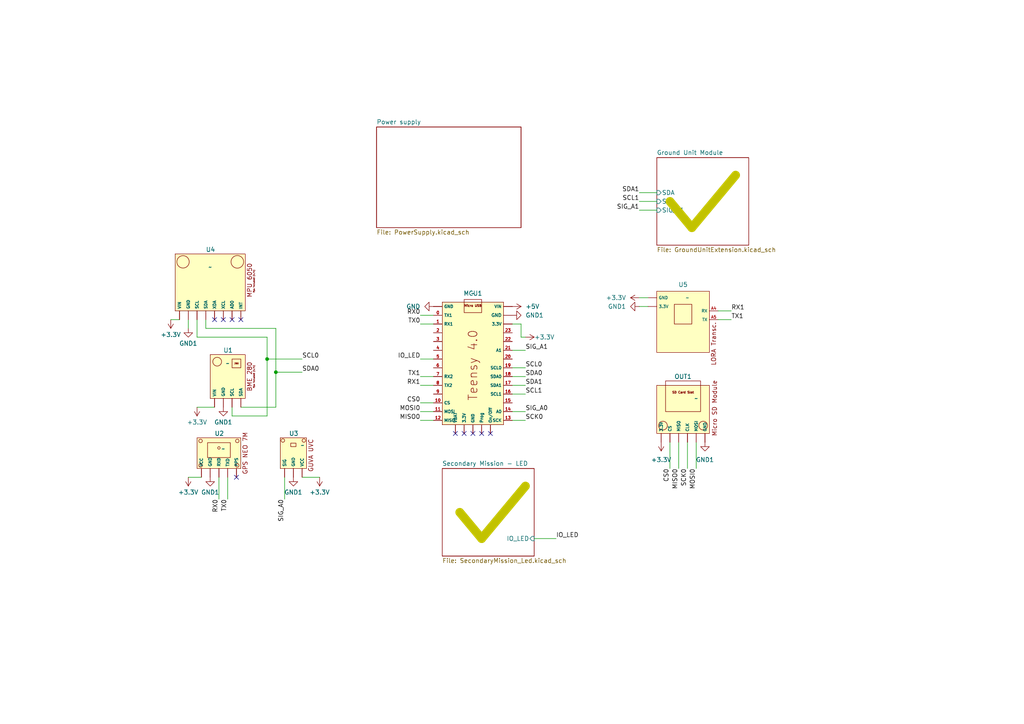
<source format=kicad_sch>
(kicad_sch (version 20230121) (generator eeschema)

  (uuid 5d2fc9f9-e9c7-40c5-b3fa-7f2393597598)

  (paper "A4")

  (lib_symbols
    (symbol "Objects:BME_280 Breakout Board" (in_bom yes) (on_board yes)
      (property "Reference" "IC" (at 0 5.08 0)
        (effects (font (size 1.27 1.27)))
      )
      (property "Value" "" (at 0 0 0)
        (effects (font (size 1.27 1.27)))
      )
      (property "Footprint" "" (at 0 0 0)
        (effects (font (size 1.27 1.27)) hide)
      )
      (property "Datasheet" "" (at 0 0 0)
        (effects (font (size 1.27 1.27)) hide)
      )
      (symbol "BME_280 Breakout Board_0_1"
        (rectangle (start 1.27 1.27) (end 3.81 -1.27)
          (stroke (width 0) (type default))
          (fill (type none))
        )
      )
      (symbol "BME_280 Breakout Board_1_0"
        (pin bidirectional line (at 3.81 -12.7 90) (length 2.54)
          (name "SDA" (effects (font (size 0.8467 0.8467))))
          (number "" (effects (font (size 0.8467 0.8467))))
        )
      )
      (symbol "BME_280 Breakout Board_1_1"
        (rectangle (start -5.08 2.54) (end 5.08 -10.16)
          (stroke (width 0) (type default))
          (fill (type background))
        )
        (circle (center -3.048 0.508) (radius 1.27)
          (stroke (width 0) (type default))
          (fill (type color) (color 0 0 0 0))
        )
        (text "280" (at 2.54 0 0)
          (effects (font (size 0.4233 0.4233)))
        )
        (text "BME 280" (at 6.35 -3.81 900)
          (effects (font (size 1.27 1.27)))
        )
        (text "Rps included! (4.7k)" (at 7.62 -3.81 900)
          (effects (font (size 0.4233 0.4233)))
        )
        (pin passive line (at -1.27 -12.7 90) (length 2.54)
          (name "GND" (effects (font (size 0.8467 0.8467))))
          (number "" (effects (font (size 0.8467 0.8467))))
        )
        (pin bidirectional line (at 1.27 -12.7 90) (length 2.54)
          (name "SCL" (effects (font (size 0.8467 0.8467))))
          (number "" (effects (font (size 0.8467 0.8467))))
        )
        (pin power_in line (at -3.81 -12.7 90) (length 2.54)
          (name "VIN" (effects (font (size 0.8467 0.8467))))
          (number "" (effects (font (size 0.8467 0.8467))))
        )
      )
    )
    (symbol "Objects:GPS_NEO-7M-0-000" (in_bom yes) (on_board yes)
      (property "Reference" "S" (at 0 5.715 0)
        (effects (font (size 1.27 1.27)))
      )
      (property "Value" "" (at 1.27 0.635 0)
        (effects (font (size 1.27 1.27)))
      )
      (property "Footprint" "" (at 1.27 0.635 0)
        (effects (font (size 1.27 1.27)) hide)
      )
      (property "Datasheet" "" (at 1.27 0.635 0)
        (effects (font (size 1.27 1.27)) hide)
      )
      (symbol "GPS_NEO-7M-0-000_0_1"
        (circle (center -5.334 -4.191) (radius 0.508)
          (stroke (width 0) (type default))
          (fill (type none))
        )
        (circle (center -5.334 2.921) (radius 0.508)
          (stroke (width 0) (type default))
          (fill (type none))
        )
        (rectangle (start -3.302 2.413) (end 3.302 -1.905)
          (stroke (width 0) (type default))
          (fill (type none))
        )
        (circle (center 0 0.889) (radius 0.3592)
          (stroke (width 0) (type default))
          (fill (type none))
        )
        (circle (center 5.334 -4.191) (radius 0.508)
          (stroke (width 0) (type default))
          (fill (type none))
        )
        (circle (center 5.334 2.921) (radius 0.508)
          (stroke (width 0) (type default))
          (fill (type none))
        )
      )
      (symbol "GPS_NEO-7M-0-000_1_1"
        (rectangle (start -6.35 3.81) (end 6.35 -5.08)
          (stroke (width 0) (type default))
          (fill (type background))
        )
        (text "GPS NEO 7M" (at 7.62 -0.635 900)
          (effects (font (size 1.27 1.27)))
        )
        (pin passive line (at -2.54 -7.62 90) (length 2.54)
          (name "GND" (effects (font (size 0.8467 0.8467))))
          (number "" (effects (font (size 0.8467 0.8467))))
        )
        (pin unspecified line (at 5.08 -7.62 90) (length 2.54)
          (name "PPS" (effects (font (size 0.8467 0.8467))))
          (number "" (effects (font (size 0.8467 0.8467))))
        )
        (pin input line (at 0 -7.62 90) (length 2.54)
          (name "RXD" (effects (font (size 0.8467 0.8467))))
          (number "" (effects (font (size 0.8467 0.8467))))
        )
        (pin output line (at 2.54 -7.62 90) (length 2.54)
          (name "TXD" (effects (font (size 0.8467 0.8467))))
          (number "" (effects (font (size 0.8467 0.8467))))
        )
        (pin power_in line (at -5.08 -7.62 90) (length 2.54)
          (name "VCC" (effects (font (size 0.8467 0.8467))))
          (number "" (effects (font (size 0.8467 0.8467))))
        )
      )
    )
    (symbol "Objects:GUVA_UVC_Sensor" (in_bom yes) (on_board yes)
      (property "Reference" "IC" (at 0 8.001 0)
        (effects (font (size 1.27 1.27)))
      )
      (property "Value" "" (at 2.667 4.191 0)
        (effects (font (size 1.27 1.27)))
      )
      (property "Footprint" "" (at 2.667 4.191 0)
        (effects (font (size 1.27 1.27)) hide)
      )
      (property "Datasheet" "" (at 2.667 4.191 0)
        (effects (font (size 1.27 1.27)) hide)
      )
      (symbol "GUVA_UVC_Sensor_1_1"
        (rectangle (start -3.81 6.35) (end 3.81 -2.54)
          (stroke (width 0) (type default))
          (fill (type background))
        )
        (circle (center -3.048 5.588) (radius 0.508)
          (stroke (width 0) (type default))
          (fill (type none))
        )
        (rectangle (start -0.762 4.826) (end 0.762 3.81)
          (stroke (width 0) (type default))
          (fill (type none))
        )
        (circle (center 3.048 5.588) (radius 0.508)
          (stroke (width 0) (type default))
          (fill (type none))
        )
        (text "GUVA UVC" (at 5.08 1.27 900)
          (effects (font (size 1.27 1.27)))
        )
        (pin passive line (at 0 -5.08 90) (length 2.54)
          (name "GND" (effects (font (size 0.8467 0.8467))))
          (number "" (effects (font (size 0.8467 0.8467))))
        )
        (pin output line (at -2.54 -5.08 90) (length 2.54)
          (name "SIG" (effects (font (size 0.8467 0.8467))))
          (number "" (effects (font (size 0.8467 0.8467))))
        )
        (pin power_in line (at 2.54 -5.08 90) (length 2.54)
          (name "VCC" (effects (font (size 0.8467 0.8467))))
          (number "" (effects (font (size 0.8467 0.8467))))
        )
      )
    )
    (symbol "Objects:LORA_RadioUnit" (in_bom yes) (on_board yes)
      (property "Reference" "IC" (at 0 5.08 0)
        (effects (font (size 1.27 1.27)))
      )
      (property "Value" "" (at 1.27 0 0)
        (effects (font (size 1.27 1.27)))
      )
      (property "Footprint" "" (at 1.27 0 0)
        (effects (font (size 1.27 1.27)) hide)
      )
      (property "Datasheet" "" (at 1.27 0 0)
        (effects (font (size 1.27 1.27)) hide)
      )
      (symbol "LORA_RadioUnit_0_1"
        (rectangle (start -2.54 -1.905) (end 2.54 -7.62)
          (stroke (width 0) (type default))
          (fill (type none))
        )
      )
      (symbol "LORA_RadioUnit_1_1"
        (rectangle (start -7.62 1.905) (end 7.62 -15.875)
          (stroke (width 0) (type default))
          (fill (type background))
        )
        (text "LORA Transc." (at 8.89 -13.335 900)
          (effects (font (size 1.27 1.27)))
        )
        (pin power_in line (at -10.16 -2.54 0) (length 2.54)
          (name "3.3V" (effects (font (size 0.8467 0.8467))))
          (number "" (effects (font (size 0.8467 0.8467))))
        )
        (pin power_in line (at -10.16 0 0) (length 2.54)
          (name "GND" (effects (font (size 0.8467 0.8467))))
          (number "" (effects (font (size 0.8467 0.8467))))
        )
        (pin input line (at 10.16 -3.81 180) (length 2.54)
          (name "RX" (effects (font (size 0.8467 0.8467))))
          (number "A4" (effects (font (size 0.8467 0.8467))))
        )
        (pin output line (at 10.16 -6.35 180) (length 2.54)
          (name "TX" (effects (font (size 0.8467 0.8467))))
          (number "A5" (effects (font (size 0.8467 0.8467))))
        )
      )
    )
    (symbol "Objects:MPU_6050 Breakout Board" (in_bom yes) (on_board yes)
      (property "Reference" "IC" (at 0 6.35 0)
        (effects (font (size 1.27 1.27)))
      )
      (property "Value" "" (at 0 0 0)
        (effects (font (size 1.27 1.27)))
      )
      (property "Footprint" "" (at 0 0 0)
        (effects (font (size 1.27 1.27)) hide)
      )
      (property "Datasheet" "" (at 0 0 0)
        (effects (font (size 1.27 1.27)) hide)
      )
      (symbol "MPU_6050 Breakout Board_0_1"
        (circle (center -7.874 1.524) (radius 1.7961)
          (stroke (width 0) (type default))
          (fill (type none))
        )
        (circle (center 7.874 1.524) (radius 1.8316)
          (stroke (width 0) (type default))
          (fill (type none))
        )
      )
      (symbol "MPU_6050 Breakout Board_1_1"
        (rectangle (start -10.16 3.81) (end 10.16 -12.7)
          (stroke (width 0) (type default))
          (fill (type background))
        )
        (text "MPU 6050" (at 11.43 -3.81 900)
          (effects (font (size 1.27 1.27)))
        )
        (text "Rps included! (4.7k)" (at 12.7 -4.064 900)
          (effects (font (size 0.4233 0.4233)))
        )
        (pin unspecified line (at 6.35 -15.24 90) (length 2.54)
          (name "AD0" (effects (font (size 0.8467 0.8467))))
          (number "" (effects (font (size 0.8467 0.8467))))
        )
        (pin passive line (at -6.35 -15.24 90) (length 2.54)
          (name "GND" (effects (font (size 0.8467 0.8467))))
          (number "" (effects (font (size 0.8467 0.8467))))
        )
        (pin unspecified line (at 8.89 -15.24 90) (length 2.54)
          (name "INT" (effects (font (size 0.8467 0.8467))))
          (number "" (effects (font (size 0.8467 0.8467))))
        )
        (pin bidirectional line (at -3.81 -15.24 90) (length 2.54)
          (name "SCL" (effects (font (size 0.8467 0.8467))))
          (number "" (effects (font (size 0.8467 0.8467))))
        )
        (pin bidirectional line (at -1.27 -15.24 90) (length 2.54)
          (name "SDA" (effects (font (size 0.8467 0.8467))))
          (number "" (effects (font (size 0.8467 0.8467))))
        )
        (pin power_in line (at -8.89 -15.24 90) (length 2.54)
          (name "VIN" (effects (font (size 0.8467 0.8467))))
          (number "" (effects (font (size 0.8467 0.8467))))
        )
        (pin bidirectional line (at 3.81 -15.24 90) (length 2.54)
          (name "XCL" (effects (font (size 0.8467 0.8467))))
          (number "" (effects (font (size 0.8467 0.8467))))
        )
        (pin bidirectional line (at 1.27 -15.24 90) (length 2.54)
          (name "XDA" (effects (font (size 0.8467 0.8467))))
          (number "" (effects (font (size 0.8467 0.8467))))
        )
      )
    )
    (symbol "Objects:MicroSD_Module" (in_bom yes) (on_board yes)
      (property "Reference" "Out" (at 0 8.89 0)
        (effects (font (size 1.27 1.27)))
      )
      (property "Value" "" (at 3.81 0 0)
        (effects (font (size 1.27 1.27)))
      )
      (property "Footprint" "" (at 3.81 0 0)
        (effects (font (size 1.27 1.27)) hide)
      )
      (property "Datasheet" "" (at 3.81 0 0)
        (effects (font (size 1.27 1.27)) hide)
      )
      (symbol "MicroSD_Module_0_1"
        (circle (center -5.842 -7.874) (radius 1.27)
          (stroke (width 0) (type default))
          (fill (type none))
        )
        (circle (center 5.842 -7.874) (radius 1.27)
          (stroke (width 0) (type default))
          (fill (type none))
        )
      )
      (symbol "MicroSD_Module_1_1"
        (rectangle (start -7.62 3.81) (end 7.62 -10.16)
          (stroke (width 0) (type default))
          (fill (type background))
        )
        (rectangle (start -5.08 5.08) (end 5.08 -3.81)
          (stroke (width 0) (type solid))
          (fill (type none))
        )
        (text "Micro SD Module\n" (at 9.144 -2.794 900)
          (effects (font (size 1.27 1.27)))
        )
        (text "SD Card Slot" (at 0 1.778 0)
          (effects (font (size 0.635 0.635)))
        )
        (pin power_in line (at -6.35 -12.7 90) (length 2.54)
          (name "3.3V" (effects (font (size 0.8467 0.8467))))
          (number "" (effects (font (size 0.8467 0.8467))))
        )
        (pin unspecified line (at 1.27 -12.7 90) (length 2.54)
          (name "CLK" (effects (font (size 0.8467 0.8467))))
          (number "" (effects (font (size 0.8467 0.8467))))
        )
        (pin unspecified line (at -3.81 -12.7 90) (length 2.54)
          (name "CS" (effects (font (size 0.8467 0.8467))))
          (number "" (effects (font (size 0.8467 0.8467))))
        )
        (pin passive line (at 6.35 -12.7 90) (length 2.54)
          (name "GND" (effects (font (size 0.8467 0.8467))))
          (number "" (effects (font (size 0.8467 0.8467))))
        )
        (pin unspecified line (at -1.27 -12.7 90) (length 2.54)
          (name "MISO" (effects (font (size 0.8467 0.8467))))
          (number "" (effects (font (size 0.8467 0.8467))))
        )
        (pin unspecified line (at 3.81 -12.7 90) (length 2.54)
          (name "MOSI" (effects (font (size 0.8467 0.8467))))
          (number "" (effects (font (size 0.8467 0.8467))))
        )
      )
    )
    (symbol "Objects:Teensy_4.0_front" (in_bom yes) (on_board yes)
      (property "Reference" "MCU" (at 0 8.636 0)
        (effects (font (size 1.27 1.27)))
      )
      (property "Value" "" (at 0 7.62 0)
        (effects (font (size 1.27 1.27)))
      )
      (property "Footprint" "" (at 0 7.62 0)
        (effects (font (size 1.27 1.27)) hide)
      )
      (property "Datasheet" "" (at 0 7.62 0)
        (effects (font (size 1.27 1.27)) hide)
      )
      (symbol "Teensy_4.0_front_1_1"
        (rectangle (start -8.89 5.08) (end 8.89 -30.48)
          (stroke (width 0) (type default))
          (fill (type background))
        )
        (rectangle (start -2.54 5.842) (end 2.54 2.032)
          (stroke (width 0) (type default))
          (fill (type none))
        )
        (text "Micro USB" (at 0 4.064 0)
          (effects (font (size 0.635 0.635)))
        )
        (text "Teensy 4.0" (at 0 -13.208 900)
          (effects (font (size 2.54 2.54)))
        )
        (pin power_out line (at -2.54 -33.02 90) (length 2.54)
          (name "3.3V" (effects (font (size 0.8467 0.8467))))
          (number "" (effects (font (size 0.8467 0.8467))))
        )
        (pin power_out line (at 11.43 -1.27 180) (length 2.54)
          (name "3.3V" (effects (font (size 0.8467 0.8467))))
          (number "" (effects (font (size 0.8467 0.8467))))
        )
        (pin power_in line (at -11.43 3.81 0) (length 2.54)
          (name "GND" (effects (font (size 0.8467 0.8467))))
          (number "" (effects (font (size 0.8467 0.8467))))
        )
        (pin power_out line (at 0 -33.02 90) (length 2.54)
          (name "GND" (effects (font (size 0.8467 0.8467))))
          (number "" (effects (font (size 0.8467 0.8467))))
        )
        (pin power_out line (at 11.43 1.27 180) (length 2.54)
          (name "GND" (effects (font (size 0.9525 0.9525))))
          (number "" (effects (font (size 0.8467 0.8467))))
        )
        (pin unspecified line (at 5.08 -33.02 90) (length 2.54)
          (name "On/Off" (effects (font (size 0.8467 0.8467))))
          (number "" (effects (font (size 0.8467 0.8467))))
        )
        (pin unspecified line (at 2.54 -33.02 90) (length 2.54)
          (name "Prog" (effects (font (size 0.8467 0.8467))))
          (number "" (effects (font (size 0.8467 0.8467))))
        )
        (pin power_in line (at -5.08 -33.02 90) (length 2.54)
          (name "VBAT" (effects (font (size 0.8467 0.8467))))
          (number "" (effects (font (size 0.8467 0.8467))))
        )
        (pin power_in line (at 11.43 3.81 180) (length 2.54)
          (name "VIN" (effects (font (size 0.8467 0.8467))))
          (number "" (effects (font (size 1.27 1.27))))
        )
        (pin output line (at -11.43 1.27 0) (length 2.54)
          (name "TX1" (effects (font (size 0.8467 0.8467))))
          (number "0" (effects (font (size 0.8467 0.8467))))
        )
        (pin input line (at -11.43 -1.27 0) (length 2.54)
          (name "RX1" (effects (font (size 0.8467 0.8467))))
          (number "1" (effects (font (size 0.8467 0.8467))))
        )
        (pin free line (at -11.43 -24.13 0) (length 2.54)
          (name "CS" (effects (font (size 0.8467 0.8467))))
          (number "10" (effects (font (size 0.8467 0.8467))))
        )
        (pin free line (at -11.43 -26.67 0) (length 2.54)
          (name "MOSI" (effects (font (size 0.8467 0.8467))))
          (number "11" (effects (font (size 0.8467 0.8467))))
        )
        (pin free line (at -11.43 -29.21 0) (length 2.54)
          (name "MISO" (effects (font (size 0.8467 0.8467))))
          (number "12" (effects (font (size 0.8467 0.8467))))
        )
        (pin free line (at 11.43 -29.21 180) (length 2.54)
          (name "SCK" (effects (font (size 0.8467 0.8467))))
          (number "13" (effects (font (size 0.8467 0.8467))))
        )
        (pin input line (at 11.43 -26.67 180) (length 2.54)
          (name "A0" (effects (font (size 0.8467 0.8467))))
          (number "14" (effects (font (size 0.8467 0.8467))))
        )
        (pin free line (at 11.43 -24.13 180) (length 2.54)
          (name "" (effects (font (size 0.8467 0.8467))))
          (number "15" (effects (font (size 0.8467 0.8467))))
        )
        (pin bidirectional line (at 11.43 -21.59 180) (length 2.54)
          (name "SCL1" (effects (font (size 0.8467 0.8467))))
          (number "16" (effects (font (size 0.8467 0.8467))))
        )
        (pin bidirectional line (at 11.43 -19.05 180) (length 2.54)
          (name "SDA1" (effects (font (size 0.8467 0.8467))))
          (number "17" (effects (font (size 0.8467 0.8467))))
        )
        (pin bidirectional line (at 11.43 -16.51 180) (length 2.54)
          (name "SDA0" (effects (font (size 0.8467 0.8467))))
          (number "18" (effects (font (size 0.8467 0.8467))))
        )
        (pin bidirectional line (at 11.43 -13.97 180) (length 2.54)
          (name "SCL0" (effects (font (size 0.8467 0.8467))))
          (number "19" (effects (font (size 0.8467 0.8467))))
        )
        (pin free line (at -11.43 -3.81 0) (length 2.54)
          (name "" (effects (font (size 0.8467 0.8467))))
          (number "2" (effects (font (size 0.8467 0.8467))))
        )
        (pin free line (at 11.43 -11.43 180) (length 2.54)
          (name "" (effects (font (size 0.8467 0.8467))))
          (number "20" (effects (font (size 0.8467 0.8467))))
        )
        (pin input line (at 11.43 -8.89 180) (length 2.54)
          (name "A1" (effects (font (size 0.8467 0.8467))))
          (number "21" (effects (font (size 0.8467 0.8467))))
        )
        (pin free line (at 11.43 -6.35 180) (length 2.54)
          (name "" (effects (font (size 0.8467 0.8467))))
          (number "22" (effects (font (size 0.8467 0.8467))))
        )
        (pin free line (at 11.43 -3.81 180) (length 2.54)
          (name "" (effects (font (size 0.8467 0.8467))))
          (number "23" (effects (font (size 0.8467 0.8467))))
        )
        (pin free line (at -11.43 -6.35 0) (length 2.54)
          (name "" (effects (font (size 0.8467 0.8467))))
          (number "3" (effects (font (size 0.8467 0.8467))))
        )
        (pin free line (at -11.43 -8.89 0) (length 2.54)
          (name "" (effects (font (size 0.8467 0.8467))))
          (number "4" (effects (font (size 0.8467 0.8467))))
        )
        (pin free line (at -11.43 -11.43 0) (length 2.54)
          (name "" (effects (font (size 0.8467 0.8467))))
          (number "5" (effects (font (size 0.8467 0.8467))))
        )
        (pin free line (at -11.43 -13.97 0) (length 2.54)
          (name "" (effects (font (size 0.8467 0.8467))))
          (number "6" (effects (font (size 0.8467 0.8467))))
        )
        (pin input line (at -11.43 -16.51 0) (length 2.54)
          (name "RX2" (effects (font (size 0.8467 0.8467))))
          (number "7" (effects (font (size 0.8467 0.8467))))
        )
        (pin output line (at -11.43 -19.05 0) (length 2.54)
          (name "TX2" (effects (font (size 0.8467 0.8467))))
          (number "8" (effects (font (size 0.8467 0.8467))))
        )
        (pin free line (at -11.43 -21.59 0) (length 2.54)
          (name "" (effects (font (size 0.8467 0.8467))))
          (number "9" (effects (font (size 0.8467 0.8467))))
        )
      )
    )
    (symbol "power:+3.3V" (power) (pin_names (offset 0)) (in_bom yes) (on_board yes)
      (property "Reference" "#PWR" (at 0 -3.81 0)
        (effects (font (size 1.27 1.27)) hide)
      )
      (property "Value" "+3.3V" (at 0 3.556 0)
        (effects (font (size 1.27 1.27)))
      )
      (property "Footprint" "" (at 0 0 0)
        (effects (font (size 1.27 1.27)) hide)
      )
      (property "Datasheet" "" (at 0 0 0)
        (effects (font (size 1.27 1.27)) hide)
      )
      (property "ki_keywords" "global power" (at 0 0 0)
        (effects (font (size 1.27 1.27)) hide)
      )
      (property "ki_description" "Power symbol creates a global label with name \"+3.3V\"" (at 0 0 0)
        (effects (font (size 1.27 1.27)) hide)
      )
      (symbol "+3.3V_0_1"
        (polyline
          (pts
            (xy -0.762 1.27)
            (xy 0 2.54)
          )
          (stroke (width 0) (type default))
          (fill (type none))
        )
        (polyline
          (pts
            (xy 0 0)
            (xy 0 2.54)
          )
          (stroke (width 0) (type default))
          (fill (type none))
        )
        (polyline
          (pts
            (xy 0 2.54)
            (xy 0.762 1.27)
          )
          (stroke (width 0) (type default))
          (fill (type none))
        )
      )
      (symbol "+3.3V_1_1"
        (pin power_in line (at 0 0 90) (length 0) hide
          (name "+3.3V" (effects (font (size 1.27 1.27))))
          (number "1" (effects (font (size 1.27 1.27))))
        )
      )
    )
    (symbol "power:+5V" (power) (pin_names (offset 0)) (in_bom yes) (on_board yes)
      (property "Reference" "#PWR" (at 0 -3.81 0)
        (effects (font (size 1.27 1.27)) hide)
      )
      (property "Value" "+5V" (at 0 3.556 0)
        (effects (font (size 1.27 1.27)))
      )
      (property "Footprint" "" (at 0 0 0)
        (effects (font (size 1.27 1.27)) hide)
      )
      (property "Datasheet" "" (at 0 0 0)
        (effects (font (size 1.27 1.27)) hide)
      )
      (property "ki_keywords" "global power" (at 0 0 0)
        (effects (font (size 1.27 1.27)) hide)
      )
      (property "ki_description" "Power symbol creates a global label with name \"+5V\"" (at 0 0 0)
        (effects (font (size 1.27 1.27)) hide)
      )
      (symbol "+5V_0_1"
        (polyline
          (pts
            (xy -0.762 1.27)
            (xy 0 2.54)
          )
          (stroke (width 0) (type default))
          (fill (type none))
        )
        (polyline
          (pts
            (xy 0 0)
            (xy 0 2.54)
          )
          (stroke (width 0) (type default))
          (fill (type none))
        )
        (polyline
          (pts
            (xy 0 2.54)
            (xy 0.762 1.27)
          )
          (stroke (width 0) (type default))
          (fill (type none))
        )
      )
      (symbol "+5V_1_1"
        (pin power_in line (at 0 0 90) (length 0) hide
          (name "+5V" (effects (font (size 1.27 1.27))))
          (number "1" (effects (font (size 1.27 1.27))))
        )
      )
    )
    (symbol "power:GND" (power) (pin_names (offset 0)) (in_bom yes) (on_board yes)
      (property "Reference" "#PWR" (at 0 -6.35 0)
        (effects (font (size 1.27 1.27)) hide)
      )
      (property "Value" "GND" (at 0 -3.81 0)
        (effects (font (size 1.27 1.27)))
      )
      (property "Footprint" "" (at 0 0 0)
        (effects (font (size 1.27 1.27)) hide)
      )
      (property "Datasheet" "" (at 0 0 0)
        (effects (font (size 1.27 1.27)) hide)
      )
      (property "ki_keywords" "global power" (at 0 0 0)
        (effects (font (size 1.27 1.27)) hide)
      )
      (property "ki_description" "Power symbol creates a global label with name \"GND\" , ground" (at 0 0 0)
        (effects (font (size 1.27 1.27)) hide)
      )
      (symbol "GND_0_1"
        (polyline
          (pts
            (xy 0 0)
            (xy 0 -1.27)
            (xy 1.27 -1.27)
            (xy 0 -2.54)
            (xy -1.27 -1.27)
            (xy 0 -1.27)
          )
          (stroke (width 0) (type default))
          (fill (type none))
        )
      )
      (symbol "GND_1_1"
        (pin power_in line (at 0 0 270) (length 0) hide
          (name "GND" (effects (font (size 1.27 1.27))))
          (number "1" (effects (font (size 1.27 1.27))))
        )
      )
    )
    (symbol "power:GND1" (power) (pin_names (offset 0)) (in_bom yes) (on_board yes)
      (property "Reference" "#PWR" (at 0 -6.35 0)
        (effects (font (size 1.27 1.27)) hide)
      )
      (property "Value" "GND1" (at 0 -3.81 0)
        (effects (font (size 1.27 1.27)))
      )
      (property "Footprint" "" (at 0 0 0)
        (effects (font (size 1.27 1.27)) hide)
      )
      (property "Datasheet" "" (at 0 0 0)
        (effects (font (size 1.27 1.27)) hide)
      )
      (property "ki_keywords" "global power" (at 0 0 0)
        (effects (font (size 1.27 1.27)) hide)
      )
      (property "ki_description" "Power symbol creates a global label with name \"GND1\" , ground" (at 0 0 0)
        (effects (font (size 1.27 1.27)) hide)
      )
      (symbol "GND1_0_1"
        (polyline
          (pts
            (xy 0 0)
            (xy 0 -1.27)
            (xy 1.27 -1.27)
            (xy 0 -2.54)
            (xy -1.27 -1.27)
            (xy 0 -1.27)
          )
          (stroke (width 0) (type default))
          (fill (type none))
        )
      )
      (symbol "GND1_1_1"
        (pin power_in line (at 0 0 270) (length 0) hide
          (name "GND1" (effects (font (size 1.27 1.27))))
          (number "1" (effects (font (size 1.27 1.27))))
        )
      )
    )
  )

  (junction (at 77.47 104.14) (diameter 0) (color 0 0 0 0)
    (uuid 675c4522-4566-47a3-9944-54ebee31d77a)
  )
  (junction (at 80.01 107.95) (diameter 0) (color 0 0 0 0)
    (uuid 89ee50ca-5aca-4436-9993-cb3711a4ae5b)
  )

  (no_connect (at 132.08 125.73) (uuid 18f01199-ee06-4074-ba73-31602026e903))
  (no_connect (at 134.62 125.73) (uuid 19ec9f24-a16a-4b50-a3df-f52d2d86672d))
  (no_connect (at 62.23 92.71) (uuid 377020b3-bbc7-4707-8b78-fbf1c10851bd))
  (no_connect (at 137.16 125.73) (uuid 7336b7d0-65c0-4860-b262-93d4eed6b28b))
  (no_connect (at 69.85 92.71) (uuid 745c200b-07f6-46dc-9261-6d315ef94dfc))
  (no_connect (at 142.24 125.73) (uuid 78cf91c0-09a8-4482-8333-946b22034029))
  (no_connect (at 67.31 92.71) (uuid bebfd865-c541-4086-9905-19948293e960))
  (no_connect (at 139.7 125.73) (uuid c773b4e8-6725-44ee-916d-cb0b0caca9a8))
  (no_connect (at 68.58 138.43) (uuid cc5be443-d6e2-45c4-9399-4453c63e5deb))
  (no_connect (at 64.77 92.71) (uuid f48edc83-aec1-4315-a8ce-905f6b3801d2))

  (wire (pts (xy 59.69 92.71) (xy 59.69 95.25))
    (stroke (width 0) (type default))
    (uuid 017dff0b-7f47-4f9b-b6cd-6d93beff2bcd)
  )
  (wire (pts (xy 80.01 107.95) (xy 80.01 118.11))
    (stroke (width 0) (type default))
    (uuid 024af61a-e77f-4bbe-b50b-0f03ff637d26)
  )
  (wire (pts (xy 154.94 156.21) (xy 161.29 156.21))
    (stroke (width 0) (type default))
    (uuid 033af40b-414a-44de-a6dc-afce1eaf180f)
  )
  (wire (pts (xy 185.42 58.42) (xy 190.5 58.42))
    (stroke (width 0) (type default))
    (uuid 09434657-6a0b-4fcf-924d-06be19200d04)
  )
  (wire (pts (xy 121.92 119.38) (xy 125.73 119.38))
    (stroke (width 0) (type default))
    (uuid 11270aca-7548-4945-a1e6-e88d630091d9)
  )
  (wire (pts (xy 80.01 107.95) (xy 87.63 107.95))
    (stroke (width 0) (type default))
    (uuid 1877bd81-53f5-4583-b3ac-c323caeadd13)
  )
  (wire (pts (xy 82.55 144.78) (xy 82.55 138.43))
    (stroke (width 0) (type default))
    (uuid 1930da39-26ef-48cc-b1ee-cf2d1539113d)
  )
  (wire (pts (xy 125.73 104.14) (xy 121.92 104.14))
    (stroke (width 0) (type default))
    (uuid 1cc98121-0759-4c27-8a07-415e95587437)
  )
  (wire (pts (xy 77.47 104.14) (xy 77.47 120.65))
    (stroke (width 0) (type default))
    (uuid 23340b9c-057f-4a0c-9bef-946de1775b01)
  )
  (wire (pts (xy 148.59 101.6) (xy 152.4 101.6))
    (stroke (width 0) (type default))
    (uuid 254bce09-1324-4e34-9c91-8ec4cbba8e36)
  )
  (wire (pts (xy 80.01 95.25) (xy 80.01 107.95))
    (stroke (width 0) (type default))
    (uuid 295a09e9-8481-4d73-869a-637ad8639242)
  )
  (wire (pts (xy 121.92 91.44) (xy 125.73 91.44))
    (stroke (width 0) (type default))
    (uuid 2c009cbf-48ff-4c67-9677-fb7b288942b9)
  )
  (wire (pts (xy 152.4 106.68) (xy 148.59 106.68))
    (stroke (width 0) (type default))
    (uuid 2f7b9d95-b8d0-4f6d-b314-1fd69a791f83)
  )
  (wire (pts (xy 151.13 97.79) (xy 151.13 93.98))
    (stroke (width 0) (type default))
    (uuid 2f8735fd-af23-44aa-b2e1-476e395076b7)
  )
  (wire (pts (xy 54.61 95.25) (xy 54.61 92.71))
    (stroke (width 0) (type default))
    (uuid 38df8f29-794a-4a8b-84cf-ee87bb342a21)
  )
  (wire (pts (xy 208.28 90.17) (xy 212.09 90.17))
    (stroke (width 0) (type default))
    (uuid 4099d1f7-1e99-43a9-a8c8-54f56f874a99)
  )
  (wire (pts (xy 151.13 97.79) (xy 152.4 97.79))
    (stroke (width 0) (type default))
    (uuid 40d4f0e5-8c3a-4662-8fc3-b6992bbeee04)
  )
  (wire (pts (xy 121.92 111.76) (xy 125.73 111.76))
    (stroke (width 0) (type default))
    (uuid 45374b8f-90a6-421e-b1c8-4f2f21e5c830)
  )
  (wire (pts (xy 57.15 118.11) (xy 62.23 118.11))
    (stroke (width 0) (type default))
    (uuid 52d01452-d8da-4166-8f92-c37d31ff3b8e)
  )
  (polyline (pts (xy 139.7 156.21) (xy 152.4 140.97))
    (stroke (width 2.54) (type default) (color 194 194 0 1))
    (uuid 53877742-42cc-466a-b351-b3d10ebc2109)
  )

  (wire (pts (xy 63.5 138.43) (xy 63.5 144.78))
    (stroke (width 0) (type default))
    (uuid 53da3589-8c55-4b27-bb32-8eb786666260)
  )
  (wire (pts (xy 54.61 138.43) (xy 58.42 138.43))
    (stroke (width 0) (type default))
    (uuid 5e9a30b2-1489-465c-b41d-cb4dc4184358)
  )
  (wire (pts (xy 121.92 93.98) (xy 125.73 93.98))
    (stroke (width 0) (type default))
    (uuid 693dc79a-4281-4d69-81a9-be02a1e700b8)
  )
  (wire (pts (xy 121.92 109.22) (xy 125.73 109.22))
    (stroke (width 0) (type default))
    (uuid 6c948474-f406-4740-9dda-d6ee6cf4358f)
  )
  (wire (pts (xy 194.31 135.89) (xy 194.31 128.27))
    (stroke (width 0) (type default))
    (uuid 6c97c77c-38b5-44d2-b13d-321a7e6dcdc6)
  )
  (wire (pts (xy 148.59 111.76) (xy 152.4 111.76))
    (stroke (width 0) (type default))
    (uuid 7c711f09-9ee5-43fa-98a9-18f36ce922b7)
  )
  (wire (pts (xy 199.39 135.89) (xy 199.39 128.27))
    (stroke (width 0) (type default))
    (uuid 7d267b3c-1c5e-4ff0-aa82-2ebf1647420a)
  )
  (polyline (pts (xy 194.31 58.42) (xy 200.66 66.04))
    (stroke (width 2.54) (type default) (color 194 194 0 1))
    (uuid 7e09848b-91f5-4bf7-aa71-dc7e3ec79b52)
  )

  (wire (pts (xy 67.31 118.11) (xy 67.31 120.65))
    (stroke (width 0) (type default))
    (uuid 822ffa8a-40ef-49ce-807f-d0e7bc69e7f8)
  )
  (wire (pts (xy 121.92 121.92) (xy 125.73 121.92))
    (stroke (width 0) (type default))
    (uuid 8c8a3695-09f6-44fb-a3bf-2da0070a686f)
  )
  (wire (pts (xy 67.31 120.65) (xy 77.47 120.65))
    (stroke (width 0) (type default))
    (uuid 8d90eecf-ac4f-4152-9510-abf8ce3e77d6)
  )
  (wire (pts (xy 196.85 135.89) (xy 196.85 128.27))
    (stroke (width 0) (type default))
    (uuid 8f6cb6b5-4366-4e74-a7c7-76e3d838a2f5)
  )
  (wire (pts (xy 201.93 135.89) (xy 201.93 128.27))
    (stroke (width 0) (type default))
    (uuid 90d4befa-b4d3-43a7-8b72-daec7cefde51)
  )
  (wire (pts (xy 208.28 92.71) (xy 212.09 92.71))
    (stroke (width 0) (type default))
    (uuid 91551ac5-19b4-4e43-8dfb-026019585f18)
  )
  (wire (pts (xy 121.92 116.84) (xy 125.73 116.84))
    (stroke (width 0) (type default))
    (uuid 928d43c9-5884-40b0-8110-e05e62cd4270)
  )
  (wire (pts (xy 57.15 92.71) (xy 57.15 97.79))
    (stroke (width 0) (type default))
    (uuid 9bf77fa7-d352-4e81-81bf-b91a42af1be9)
  )
  (polyline (pts (xy 200.66 66.04) (xy 213.36 50.8))
    (stroke (width 2.54) (type default) (color 194 194 0 1))
    (uuid 9d0218c4-20b6-4953-84b4-a63ed028add0)
  )

  (wire (pts (xy 49.53 92.71) (xy 52.07 92.71))
    (stroke (width 0) (type default))
    (uuid 9ed9f0e0-ea34-4c63-b434-e3eb639d97ed)
  )
  (wire (pts (xy 77.47 97.79) (xy 77.47 104.14))
    (stroke (width 0) (type default))
    (uuid a044533c-0507-403e-a5f1-aadfe9248212)
  )
  (wire (pts (xy 148.59 114.3) (xy 152.4 114.3))
    (stroke (width 0) (type default))
    (uuid a64b4cbd-7b6e-46b6-ad13-ca6c955a1d8b)
  )
  (wire (pts (xy 80.01 95.25) (xy 59.69 95.25))
    (stroke (width 0) (type default))
    (uuid a785be6c-f594-4012-9da5-12a0d62604c3)
  )
  (wire (pts (xy 185.42 86.36) (xy 187.96 86.36))
    (stroke (width 0) (type default))
    (uuid b033aa19-6168-4281-86cd-ce6d87df4750)
  )
  (wire (pts (xy 152.4 121.92) (xy 148.59 121.92))
    (stroke (width 0) (type default))
    (uuid b14a82b7-e609-495f-b7b0-0ee2f1dccc70)
  )
  (wire (pts (xy 87.63 138.43) (xy 92.71 138.43))
    (stroke (width 0) (type default))
    (uuid bb5021c2-9405-4b6d-9715-e057cd29ebdf)
  )
  (wire (pts (xy 66.04 138.43) (xy 66.04 144.78))
    (stroke (width 0) (type default))
    (uuid c0494875-8cab-4249-a244-70e156d40bdc)
  )
  (wire (pts (xy 57.15 97.79) (xy 77.47 97.79))
    (stroke (width 0) (type default))
    (uuid d311b5b9-d02d-4121-868f-01f7da64bb0d)
  )
  (wire (pts (xy 185.42 88.9) (xy 187.96 88.9))
    (stroke (width 0) (type default))
    (uuid d4e1ca15-374b-4434-ad6b-ef7cb83ad151)
  )
  (wire (pts (xy 152.4 119.38) (xy 148.59 119.38))
    (stroke (width 0) (type default))
    (uuid d9c16449-7525-4f16-99d6-7b740c855f55)
  )
  (wire (pts (xy 152.4 109.22) (xy 148.59 109.22))
    (stroke (width 0) (type default))
    (uuid da5fdc61-c11e-4fcc-97ba-c016b79758a4)
  )
  (polyline (pts (xy 133.35 148.59) (xy 139.7 156.21))
    (stroke (width 2.54) (type default) (color 194 194 0 1))
    (uuid e3a43bcb-d976-4376-b537-1be4c946c829)
  )

  (wire (pts (xy 185.42 60.96) (xy 190.5 60.96))
    (stroke (width 0) (type default))
    (uuid e6a25834-cb82-4448-951d-705d67a645a7)
  )
  (wire (pts (xy 77.47 104.14) (xy 87.63 104.14))
    (stroke (width 0) (type default))
    (uuid e79749ff-afdc-4772-861b-d35937b8f195)
  )
  (wire (pts (xy 151.13 93.98) (xy 148.59 93.98))
    (stroke (width 0) (type default))
    (uuid ecb05005-3530-47e9-8099-99bda3b5ba8b)
  )
  (wire (pts (xy 69.85 118.11) (xy 80.01 118.11))
    (stroke (width 0) (type default))
    (uuid ef87b2c8-b68c-421a-b2d2-e8667b8b1e67)
  )
  (wire (pts (xy 185.42 55.88) (xy 190.5 55.88))
    (stroke (width 0) (type default))
    (uuid fe347f6d-4fdd-4f8c-870e-f7ee23260655)
  )

  (label "MOSI0" (at 201.93 135.89 270) (fields_autoplaced)
    (effects (font (size 1.27 1.27)) (justify right bottom))
    (uuid 10214729-dac8-496e-9857-40dfdbb399a1)
  )
  (label "SDA1" (at 185.42 55.88 180) (fields_autoplaced)
    (effects (font (size 1.27 1.27)) (justify right bottom))
    (uuid 1850aacb-9a62-4b38-843f-158e6ee7e2b6)
  )
  (label "SCK0" (at 199.39 135.89 270) (fields_autoplaced)
    (effects (font (size 1.27 1.27)) (justify right bottom))
    (uuid 1b79d9f9-7835-4d84-a6f4-d82c313a47f9)
  )
  (label "CS0" (at 121.92 116.84 180) (fields_autoplaced)
    (effects (font (size 1.27 1.27)) (justify right bottom))
    (uuid 3d2c7059-edca-417a-9525-9c05f309d88b)
  )
  (label "RX1" (at 121.92 111.76 180) (fields_autoplaced)
    (effects (font (size 1.27 1.27)) (justify right bottom))
    (uuid 4ac2460a-d847-4eb7-8257-de381f9f3832)
  )
  (label "IO_LED" (at 121.92 104.14 180) (fields_autoplaced)
    (effects (font (size 1.27 1.27)) (justify right bottom))
    (uuid 516cdade-f268-474b-9ae8-5b849cb2df04)
  )
  (label "SCK0" (at 152.4 121.92 0) (fields_autoplaced)
    (effects (font (size 1.27 1.27)) (justify left bottom))
    (uuid 54221155-f4f3-4a30-9042-8f5754626225)
  )
  (label "TX0" (at 121.92 93.98 180) (fields_autoplaced)
    (effects (font (size 1.27 1.27)) (justify right bottom))
    (uuid 58277c84-d77a-49cd-b7c0-2c0aa7b7a12f)
  )
  (label "SCL1" (at 185.42 58.42 180) (fields_autoplaced)
    (effects (font (size 1.27 1.27)) (justify right bottom))
    (uuid 5f534248-1ed8-4ac4-a5ca-7618e2e0e33b)
  )
  (label "SCL0" (at 87.63 104.14 0) (fields_autoplaced)
    (effects (font (size 1.27 1.27)) (justify left bottom))
    (uuid 629dd61f-6ac5-46a6-9e5b-b6e60b92ae1e)
  )
  (label "SIG_A1" (at 152.4 101.6 0) (fields_autoplaced)
    (effects (font (size 1.27 1.27)) (justify left bottom))
    (uuid 74822c2e-fea4-4e10-8c4c-98857d442034)
  )
  (label "MOSI0" (at 121.92 119.38 180) (fields_autoplaced)
    (effects (font (size 1.27 1.27)) (justify right bottom))
    (uuid 967e2f3d-57c4-4ad5-9437-ea1bf0c41528)
  )
  (label "SDA0" (at 87.63 107.95 0) (fields_autoplaced)
    (effects (font (size 1.27 1.27)) (justify left bottom))
    (uuid 9ab8350b-5f32-449a-91e4-3901cf9eedae)
  )
  (label "IO_LED" (at 161.29 156.21 0) (fields_autoplaced)
    (effects (font (size 1.27 1.27)) (justify left bottom))
    (uuid 9e622a54-4d1b-4c59-9a62-8c348701c2d5)
  )
  (label "MISO0" (at 196.85 135.89 270) (fields_autoplaced)
    (effects (font (size 1.27 1.27)) (justify right bottom))
    (uuid a006a129-b20a-4666-8334-e57d1a3ba989)
  )
  (label "SCL0" (at 152.4 106.68 0) (fields_autoplaced)
    (effects (font (size 1.27 1.27)) (justify left bottom))
    (uuid a2ea7bec-661a-422c-b728-ca750b4698f9)
  )
  (label "MISO0" (at 121.92 121.92 180) (fields_autoplaced)
    (effects (font (size 1.27 1.27)) (justify right bottom))
    (uuid a582b1c8-a290-4b14-813a-7316acd68db5)
  )
  (label "TX1" (at 121.92 109.22 180) (fields_autoplaced)
    (effects (font (size 1.27 1.27)) (justify right bottom))
    (uuid b6f7c40c-0f6b-419c-852b-85df48ebdece)
  )
  (label "SDA0" (at 152.4 109.22 0) (fields_autoplaced)
    (effects (font (size 1.27 1.27)) (justify left bottom))
    (uuid bbd3da24-c15d-4b19-af66-9440de7fe474)
  )
  (label "TX0" (at 66.04 144.78 270) (fields_autoplaced)
    (effects (font (size 1.27 1.27)) (justify right bottom))
    (uuid c0202f64-2e94-4151-bbfe-c6670e8db153)
  )
  (label "CS0" (at 194.31 135.89 270) (fields_autoplaced)
    (effects (font (size 1.27 1.27)) (justify right bottom))
    (uuid d6d8f902-6343-4b6d-b0bd-4df52608ad56)
  )
  (label "SIG_A1" (at 185.42 60.96 180) (fields_autoplaced)
    (effects (font (size 1.27 1.27)) (justify right bottom))
    (uuid e02a437b-cbf6-4af4-83dd-26db618cb11a)
  )
  (label "SDA1" (at 152.4 111.76 0) (fields_autoplaced)
    (effects (font (size 1.27 1.27)) (justify left bottom))
    (uuid e0771c75-40bd-4963-ae55-cc1925ec595d)
  )
  (label "SCL1" (at 152.4 114.3 0) (fields_autoplaced)
    (effects (font (size 1.27 1.27)) (justify left bottom))
    (uuid e327b422-c862-49f1-aa64-5398abf41918)
  )
  (label "RX0" (at 121.92 91.44 180) (fields_autoplaced)
    (effects (font (size 1.27 1.27)) (justify right bottom))
    (uuid e73ff43b-d7b9-4de4-839c-e5348ee627dc)
  )
  (label "TX1" (at 212.09 92.71 0) (fields_autoplaced)
    (effects (font (size 1.27 1.27)) (justify left bottom))
    (uuid eddaf3c4-1a50-4f53-8016-deda48ee9079)
  )
  (label "SIG_A0" (at 152.4 119.38 0) (fields_autoplaced)
    (effects (font (size 1.27 1.27)) (justify left bottom))
    (uuid f0426b40-e0d4-49cc-89b4-e5ba76832805)
  )
  (label "SIG_A0" (at 82.55 144.78 270) (fields_autoplaced)
    (effects (font (size 1.27 1.27)) (justify right bottom))
    (uuid f0d47299-4a11-40a2-be9a-e297250c4e69)
  )
  (label "RX0" (at 63.5 144.78 270) (fields_autoplaced)
    (effects (font (size 1.27 1.27)) (justify right bottom))
    (uuid f849cd75-9920-4776-a094-2814556543d8)
  )
  (label "RX1" (at 212.09 90.17 0) (fields_autoplaced)
    (effects (font (size 1.27 1.27)) (justify left bottom))
    (uuid fcf7c93e-0535-4fb0-98b0-6b5b0297b358)
  )

  (symbol (lib_id "power:GND1") (at 204.47 128.27 0) (unit 1)
    (in_bom yes) (on_board yes) (dnp no) (fields_autoplaced)
    (uuid 0f068e7e-3034-421a-b1b2-8d8482d6b95a)
    (property "Reference" "#PWR013" (at 204.47 134.62 0)
      (effects (font (size 1.27 1.27)) hide)
    )
    (property "Value" "GND1" (at 204.47 133.35 0)
      (effects (font (size 1.27 1.27)))
    )
    (property "Footprint" "" (at 204.47 128.27 0)
      (effects (font (size 1.27 1.27)) hide)
    )
    (property "Datasheet" "" (at 204.47 128.27 0)
      (effects (font (size 1.27 1.27)) hide)
    )
    (pin "1" (uuid 3bcc341f-febd-4ab9-accf-3a5101bec441))
    (instances
      (project "KaCat1-2 wiring"
        (path "/5d2fc9f9-e9c7-40c5-b3fa-7f2393597598"
          (reference "#PWR013") (unit 1)
        )
      )
    )
  )

  (symbol (lib_id "power:GND1") (at 148.59 91.44 90) (unit 1)
    (in_bom yes) (on_board yes) (dnp no) (fields_autoplaced)
    (uuid 13eba7ad-ac02-4e2a-8ec1-b680cedd2f49)
    (property "Reference" "#PWR010" (at 154.94 91.44 0)
      (effects (font (size 1.27 1.27)) hide)
    )
    (property "Value" "GND1" (at 152.4 91.44 90)
      (effects (font (size 1.27 1.27)) (justify right))
    )
    (property "Footprint" "" (at 148.59 91.44 0)
      (effects (font (size 1.27 1.27)) hide)
    )
    (property "Datasheet" "" (at 148.59 91.44 0)
      (effects (font (size 1.27 1.27)) hide)
    )
    (pin "1" (uuid c1f5eb1f-b119-4b8e-8d35-00e896abf5cf))
    (instances
      (project "KaCat1-2 wiring"
        (path "/5d2fc9f9-e9c7-40c5-b3fa-7f2393597598"
          (reference "#PWR010") (unit 1)
        )
      )
    )
  )

  (symbol (lib_id "power:GND1") (at 64.77 118.11 0) (unit 1)
    (in_bom yes) (on_board yes) (dnp no)
    (uuid 3d123099-b000-4d87-9b5f-eb3e02a6cff6)
    (property "Reference" "#PWR02" (at 64.77 124.46 0)
      (effects (font (size 1.27 1.27)) hide)
    )
    (property "Value" "GND1" (at 64.77 123.19 0)
      (effects (font (size 1.27 1.27)) (justify bottom))
    )
    (property "Footprint" "" (at 64.77 118.11 0)
      (effects (font (size 1.27 1.27)) hide)
    )
    (property "Datasheet" "" (at 64.77 118.11 0)
      (effects (font (size 1.27 1.27)) hide)
    )
    (pin "1" (uuid f86098a5-655e-46f2-8bab-c2c3ba584a58))
    (instances
      (project "KaCat1-2 wiring"
        (path "/5d2fc9f9-e9c7-40c5-b3fa-7f2393597598"
          (reference "#PWR02") (unit 1)
        )
      )
    )
  )

  (symbol (lib_id "power:+3.3V") (at 92.71 138.43 180) (unit 1)
    (in_bom yes) (on_board yes) (dnp no)
    (uuid 3f723460-14fa-4bee-b6fe-b8bd6253b92a)
    (property "Reference" "#PWR08" (at 92.71 134.62 0)
      (effects (font (size 1.27 1.27)) hide)
    )
    (property "Value" "+3.3V" (at 92.71 143.51 0)
      (effects (font (size 1.27 1.27)) (justify top))
    )
    (property "Footprint" "" (at 92.71 138.43 0)
      (effects (font (size 1.27 1.27)) hide)
    )
    (property "Datasheet" "" (at 92.71 138.43 0)
      (effects (font (size 1.27 1.27)) hide)
    )
    (pin "1" (uuid 59963e18-c24f-4870-ab8c-4909cf7b729d))
    (instances
      (project "KaCat1-2 wiring"
        (path "/5d2fc9f9-e9c7-40c5-b3fa-7f2393597598"
          (reference "#PWR08") (unit 1)
        )
      )
    )
  )

  (symbol (lib_id "Objects:BME_280 Breakout Board") (at 66.04 105.41 0) (unit 1)
    (in_bom yes) (on_board yes) (dnp no)
    (uuid 4a9d211b-6106-47d4-949d-87f20ab9a90a)
    (property "Reference" "U1" (at 64.77 101.6 0)
      (effects (font (size 1.27 1.27)) (justify left))
    )
    (property "Value" "~" (at 66.04 105.41 0)
      (effects (font (size 1.27 1.27)))
    )
    (property "Footprint" "" (at 66.04 105.41 0)
      (effects (font (size 1.27 1.27)) hide)
    )
    (property "Datasheet" "" (at 66.04 105.41 0)
      (effects (font (size 1.27 1.27)) hide)
    )
    (pin "" (uuid 74cd6247-58ca-4db5-9825-96ceed0ed21b))
    (pin "" (uuid 3efbd909-21f4-4b37-8cae-60a913821db7))
    (pin "" (uuid 10ada2c2-e391-4e27-9720-31e71ea4fcad))
    (pin "" (uuid a2c192ed-401f-4174-a068-0a4fb863240c))
    (instances
      (project "KaCat1-2 wiring"
        (path "/5d2fc9f9-e9c7-40c5-b3fa-7f2393597598"
          (reference "U1") (unit 1)
        )
      )
    )
  )

  (symbol (lib_id "power:+5V") (at 148.59 88.9 270) (unit 1)
    (in_bom yes) (on_board yes) (dnp no) (fields_autoplaced)
    (uuid 4aa44729-e4a5-4284-8499-65b49f0aec94)
    (property "Reference" "#PWR021" (at 144.78 88.9 0)
      (effects (font (size 1.27 1.27)) hide)
    )
    (property "Value" "+5V" (at 152.4 88.9 90)
      (effects (font (size 1.27 1.27)) (justify left))
    )
    (property "Footprint" "" (at 148.59 88.9 0)
      (effects (font (size 1.27 1.27)) hide)
    )
    (property "Datasheet" "" (at 148.59 88.9 0)
      (effects (font (size 1.27 1.27)) hide)
    )
    (pin "1" (uuid 882f71c5-d8da-4a25-a979-e95759821b7d))
    (instances
      (project "KaCat1-2 wiring"
        (path "/5d2fc9f9-e9c7-40c5-b3fa-7f2393597598"
          (reference "#PWR021") (unit 1)
        )
      )
    )
  )

  (symbol (lib_id "power:+3.3V") (at 49.53 92.71 180) (unit 1)
    (in_bom yes) (on_board yes) (dnp no)
    (uuid 5370bcfc-b268-4f38-bf97-517c97d8525f)
    (property "Reference" "#PWR06" (at 49.53 88.9 0)
      (effects (font (size 1.27 1.27)) hide)
    )
    (property "Value" "+3.3V" (at 49.53 97.79 0)
      (effects (font (size 1.27 1.27)) (justify top))
    )
    (property "Footprint" "" (at 49.53 92.71 0)
      (effects (font (size 1.27 1.27)) hide)
    )
    (property "Datasheet" "" (at 49.53 92.71 0)
      (effects (font (size 1.27 1.27)) hide)
    )
    (pin "1" (uuid 0bb0fcfe-fed2-4568-bdd6-792d70602ae7))
    (instances
      (project "KaCat1-2 wiring"
        (path "/5d2fc9f9-e9c7-40c5-b3fa-7f2393597598"
          (reference "#PWR06") (unit 1)
        )
      )
    )
  )

  (symbol (lib_id "power:+3.3V") (at 185.42 86.36 90) (unit 1)
    (in_bom yes) (on_board yes) (dnp no) (fields_autoplaced)
    (uuid 55c76244-4e34-4439-a772-ab94d8b43ec2)
    (property "Reference" "#PWR028" (at 189.23 86.36 0)
      (effects (font (size 1.27 1.27)) hide)
    )
    (property "Value" "+3.3V" (at 181.61 86.36 90)
      (effects (font (size 1.27 1.27)) (justify left))
    )
    (property "Footprint" "" (at 185.42 86.36 0)
      (effects (font (size 1.27 1.27)) hide)
    )
    (property "Datasheet" "" (at 185.42 86.36 0)
      (effects (font (size 1.27 1.27)) hide)
    )
    (pin "1" (uuid ca4827d5-b63f-4afa-98e9-9d310fe9330c))
    (instances
      (project "KaCat1-2 wiring"
        (path "/5d2fc9f9-e9c7-40c5-b3fa-7f2393597598"
          (reference "#PWR028") (unit 1)
        )
      )
    )
  )

  (symbol (lib_id "Objects:GPS_NEO-7M-0-000") (at 63.5 130.81 0) (unit 1)
    (in_bom yes) (on_board yes) (dnp no)
    (uuid 5813bfcd-c4a3-48c7-b9ec-36a46da79a00)
    (property "Reference" "U2" (at 62.23 125.73 0)
      (effects (font (size 1.27 1.27)) (justify left))
    )
    (property "Value" "~" (at 64.77 130.175 0)
      (effects (font (size 1.27 1.27)))
    )
    (property "Footprint" "" (at 64.77 130.175 0)
      (effects (font (size 1.27 1.27)) hide)
    )
    (property "Datasheet" "" (at 64.77 130.175 0)
      (effects (font (size 1.27 1.27)) hide)
    )
    (pin "" (uuid ee905b61-e374-4deb-b663-e36e75fa6da7))
    (pin "" (uuid 0e8d4608-9b5d-42ec-b9bf-bd8c82a66438))
    (pin "" (uuid 0ada8a95-af70-4604-abe2-b4122769d1cf))
    (pin "" (uuid bcfee8d3-b7c6-4edd-8e38-93393364ddf3))
    (pin "" (uuid a9b06e44-4a22-4dd2-9dda-7006aeb3a8fe))
    (instances
      (project "KaCat1-2 wiring"
        (path "/5d2fc9f9-e9c7-40c5-b3fa-7f2393597598"
          (reference "U2") (unit 1)
        )
      )
    )
  )

  (symbol (lib_id "power:+3.3V") (at 152.4 97.79 270) (unit 1)
    (in_bom yes) (on_board yes) (dnp no)
    (uuid 608d8f09-d06b-4023-98e9-850d2cb31f9f)
    (property "Reference" "#PWR09" (at 148.59 97.79 0)
      (effects (font (size 1.27 1.27)) hide)
    )
    (property "Value" "+3.3V" (at 154.94 97.79 90)
      (effects (font (size 1.27 1.27)) (justify left))
    )
    (property "Footprint" "" (at 152.4 97.79 0)
      (effects (font (size 1.27 1.27)) hide)
    )
    (property "Datasheet" "" (at 152.4 97.79 0)
      (effects (font (size 1.27 1.27)) hide)
    )
    (pin "1" (uuid 65ea43b7-c954-4f54-8339-e3a07c35d39c))
    (instances
      (project "KaCat1-2 wiring"
        (path "/5d2fc9f9-e9c7-40c5-b3fa-7f2393597598"
          (reference "#PWR09") (unit 1)
        )
      )
    )
  )

  (symbol (lib_id "power:GND1") (at 185.42 88.9 270) (unit 1)
    (in_bom yes) (on_board yes) (dnp no) (fields_autoplaced)
    (uuid 742e1b18-d425-4960-bfb3-8de548960251)
    (property "Reference" "#PWR029" (at 179.07 88.9 0)
      (effects (font (size 1.27 1.27)) hide)
    )
    (property "Value" "GND1" (at 181.61 88.9 90)
      (effects (font (size 1.27 1.27)) (justify right))
    )
    (property "Footprint" "" (at 185.42 88.9 0)
      (effects (font (size 1.27 1.27)) hide)
    )
    (property "Datasheet" "" (at 185.42 88.9 0)
      (effects (font (size 1.27 1.27)) hide)
    )
    (pin "1" (uuid 3fc19154-5a34-49c2-a6d2-42e891f02205))
    (instances
      (project "KaCat1-2 wiring"
        (path "/5d2fc9f9-e9c7-40c5-b3fa-7f2393597598"
          (reference "#PWR029") (unit 1)
        )
      )
    )
  )

  (symbol (lib_id "power:+3.3V") (at 54.61 138.43 180) (unit 1)
    (in_bom yes) (on_board yes) (dnp no)
    (uuid 9c4c25c2-dde8-44af-839d-f03b61d648f9)
    (property "Reference" "#PWR07" (at 54.61 134.62 0)
      (effects (font (size 1.27 1.27)) hide)
    )
    (property "Value" "+3.3V" (at 54.61 143.51 0)
      (effects (font (size 1.27 1.27)) (justify top))
    )
    (property "Footprint" "" (at 54.61 138.43 0)
      (effects (font (size 1.27 1.27)) hide)
    )
    (property "Datasheet" "" (at 54.61 138.43 0)
      (effects (font (size 1.27 1.27)) hide)
    )
    (pin "1" (uuid dc2cebbb-4402-422b-be49-2c4b553ef8cc))
    (instances
      (project "KaCat1-2 wiring"
        (path "/5d2fc9f9-e9c7-40c5-b3fa-7f2393597598"
          (reference "#PWR07") (unit 1)
        )
      )
    )
  )

  (symbol (lib_id "power:+3.3V") (at 57.15 118.11 180) (unit 1)
    (in_bom yes) (on_board yes) (dnp no)
    (uuid 9e200ac9-acb0-4b59-81dc-2faad264abfe)
    (property "Reference" "#PWR01" (at 57.15 114.3 0)
      (effects (font (size 1.27 1.27)) hide)
    )
    (property "Value" "+3.3V" (at 57.15 123.19 0) (do_not_autoplace)
      (effects (font (size 1.27 1.27)) (justify top))
    )
    (property "Footprint" "" (at 57.15 118.11 0)
      (effects (font (size 1.27 1.27)) hide)
    )
    (property "Datasheet" "" (at 57.15 118.11 0)
      (effects (font (size 1.27 1.27)) hide)
    )
    (pin "1" (uuid 4778b822-c6ca-4ca9-929f-913177be60c1))
    (instances
      (project "KaCat1-2 wiring"
        (path "/5d2fc9f9-e9c7-40c5-b3fa-7f2393597598"
          (reference "#PWR01") (unit 1)
        )
      )
    )
  )

  (symbol (lib_id "power:+3.3V") (at 191.77 128.27 180) (unit 1)
    (in_bom yes) (on_board yes) (dnp no) (fields_autoplaced)
    (uuid a5800b7b-6148-4310-b9d9-aa7620f313c5)
    (property "Reference" "#PWR012" (at 191.77 124.46 0)
      (effects (font (size 1.27 1.27)) hide)
    )
    (property "Value" "+3.3V" (at 191.77 133.35 0)
      (effects (font (size 1.27 1.27)))
    )
    (property "Footprint" "" (at 191.77 128.27 0)
      (effects (font (size 1.27 1.27)) hide)
    )
    (property "Datasheet" "" (at 191.77 128.27 0)
      (effects (font (size 1.27 1.27)) hide)
    )
    (pin "1" (uuid f25ad7b5-7593-41d2-8f57-bd196d397f9b))
    (instances
      (project "KaCat1-2 wiring"
        (path "/5d2fc9f9-e9c7-40c5-b3fa-7f2393597598"
          (reference "#PWR012") (unit 1)
        )
      )
    )
  )

  (symbol (lib_id "Objects:GUVA_UVC_Sensor") (at 85.09 133.35 0) (unit 1)
    (in_bom yes) (on_board yes) (dnp no)
    (uuid a8935cae-0981-4614-b0bf-dd3489b02812)
    (property "Reference" "U3" (at 83.82 125.73 0)
      (effects (font (size 1.27 1.27)) (justify left))
    )
    (property "Value" "~" (at 87.757 129.159 0)
      (effects (font (size 1.27 1.27)))
    )
    (property "Footprint" "" (at 87.757 129.159 0)
      (effects (font (size 1.27 1.27)) hide)
    )
    (property "Datasheet" "" (at 87.757 129.159 0)
      (effects (font (size 1.27 1.27)) hide)
    )
    (pin "" (uuid 99ac7645-9280-401c-85c1-97ae2566547f))
    (pin "" (uuid 18b1d78d-b1e1-4e9d-9873-3fb1fdaa6953))
    (pin "" (uuid 637eae4d-a05f-4a0d-812a-83a4e7b46907))
    (instances
      (project "KaCat1-2 wiring"
        (path "/5d2fc9f9-e9c7-40c5-b3fa-7f2393597598"
          (reference "U3") (unit 1)
        )
      )
    )
  )

  (symbol (lib_id "power:GND1") (at 60.96 138.43 0) (unit 1)
    (in_bom yes) (on_board yes) (dnp no)
    (uuid afa890e6-f861-40ce-b952-052218085c92)
    (property "Reference" "#PWR04" (at 60.96 144.78 0)
      (effects (font (size 1.27 1.27)) hide)
    )
    (property "Value" "GND1" (at 60.96 143.51 0)
      (effects (font (size 1.27 1.27)) (justify bottom))
    )
    (property "Footprint" "" (at 60.96 138.43 0)
      (effects (font (size 1.27 1.27)) hide)
    )
    (property "Datasheet" "" (at 60.96 138.43 0)
      (effects (font (size 1.27 1.27)) hide)
    )
    (pin "1" (uuid bbeed361-961f-43f0-933b-8ba5c45e83ef))
    (instances
      (project "KaCat1-2 wiring"
        (path "/5d2fc9f9-e9c7-40c5-b3fa-7f2393597598"
          (reference "#PWR04") (unit 1)
        )
      )
    )
  )

  (symbol (lib_id "Objects:MicroSD_Module") (at 198.12 115.57 0) (unit 1)
    (in_bom yes) (on_board yes) (dnp no)
    (uuid b5ca1110-4d7e-48c3-8024-8bbafb868659)
    (property "Reference" "OUT1" (at 195.58 109.22 0)
      (effects (font (size 1.27 1.27)) (justify left))
    )
    (property "Value" "~" (at 201.93 115.57 0)
      (effects (font (size 1.27 1.27)))
    )
    (property "Footprint" "" (at 201.93 115.57 0)
      (effects (font (size 1.27 1.27)) hide)
    )
    (property "Datasheet" "" (at 201.93 115.57 0)
      (effects (font (size 1.27 1.27)) hide)
    )
    (pin "" (uuid d8d9b312-bba6-4f7f-8ea6-d0fedf0357fa))
    (pin "" (uuid b139cb53-00f3-4feb-b6ac-d8552e87fdb9))
    (pin "" (uuid b28e48c9-d3e6-46d0-af74-58603956ae70))
    (pin "" (uuid cc85f637-0b2a-48cb-abd9-804a1633369f))
    (pin "" (uuid 5b098234-446f-49d5-b810-5c7b2348021c))
    (pin "" (uuid fa8c113b-d94e-4ffc-920e-bf3d42e9e60d))
    (instances
      (project "KaCat1-2 wiring"
        (path "/5d2fc9f9-e9c7-40c5-b3fa-7f2393597598"
          (reference "OUT1") (unit 1)
        )
      )
    )
  )

  (symbol (lib_id "Objects:Teensy_4.0_front") (at 137.16 92.71 0) (unit 1)
    (in_bom yes) (on_board yes) (dnp no) (fields_autoplaced)
    (uuid b79bed46-5a1b-44a8-9ed0-5ddc3fd291f3)
    (property "Reference" "MCU1" (at 137.16 85.09 0)
      (effects (font (size 1.27 1.27)))
    )
    (property "Value" "~" (at 137.16 85.09 0)
      (effects (font (size 1.27 1.27)))
    )
    (property "Footprint" "" (at 137.16 85.09 0)
      (effects (font (size 1.27 1.27)) hide)
    )
    (property "Datasheet" "" (at 137.16 85.09 0)
      (effects (font (size 1.27 1.27)) hide)
    )
    (pin "6" (uuid 74ef37c1-761b-4272-877c-daf5432711f3))
    (pin "21" (uuid 8562fbca-4147-4935-a133-1718eaee33a1))
    (pin "" (uuid a43e15ad-fcb9-4d57-a1ca-79bac3f69eaf))
    (pin "1" (uuid f3b78b33-c527-4d2e-8849-04a1f1aaa219))
    (pin "10" (uuid 22a4ad12-ce52-47a8-85a8-e5bb05e3afff))
    (pin "15" (uuid 1ae54d29-ea2e-43de-8154-500e9b79a36f))
    (pin "0" (uuid 1af85bbf-ba92-4ca6-bd6f-5f2c2526e59d))
    (pin "" (uuid b89b3708-3adf-4022-a62e-db883b6617bc))
    (pin "22" (uuid 3f02dad0-e37d-4536-8bdb-42e9c35d0900))
    (pin "" (uuid e7354564-4b9f-41cb-8218-9a060b56e876))
    (pin "3" (uuid efbb8a3c-b7e3-41f5-8b40-13c260c24167))
    (pin "20" (uuid 04d507fb-f761-4fda-b239-c1b72bbefd22))
    (pin "" (uuid 73def586-93bc-49b8-b95e-ba579b975326))
    (pin "11" (uuid c4bae4e1-faa2-485b-871a-072b78341639))
    (pin "13" (uuid e143b8f2-7fac-43ca-a542-39466a5e9ef7))
    (pin "16" (uuid 26efdf8d-ffcf-45fe-a5dc-c61a0029581d))
    (pin "7" (uuid 585673ee-ec40-4c3b-b11c-58b93756be1a))
    (pin "5" (uuid 9b6a1461-a4cf-479b-9663-0840700feda7))
    (pin "" (uuid e1fdfe39-6955-4ca4-9511-5fa6ee51ac38))
    (pin "8" (uuid 938f30c5-81b9-469e-b8d4-3cb61172f341))
    (pin "9" (uuid 185f0ee0-46d6-47a1-bcce-b0fb8939d388))
    (pin "23" (uuid 38c80540-e311-45c4-9194-8daa4116f2f7))
    (pin "4" (uuid 0e167690-92f4-48f6-b43d-ee6057777eec))
    (pin "" (uuid 49eaab84-3d97-4a7e-ba77-566276ab2a58))
    (pin "14" (uuid ba7722b9-43da-4299-ba20-11c3d6c0571e))
    (pin "" (uuid afd46c43-aece-4423-a69d-d94e6cf05d75))
    (pin "17" (uuid 233e572b-9658-48ab-9492-15dc559a3500))
    (pin "" (uuid a670a843-5140-4669-a1b5-cfbece386358))
    (pin "18" (uuid 0a5690c3-eb16-4d72-87e2-efc9b4d82d10))
    (pin "2" (uuid 94642acb-fc74-4a6e-8967-2a12234e541a))
    (pin "" (uuid a63764e6-2b23-4af5-b54f-2bf404465819))
    (pin "12" (uuid d29db211-23be-4cab-bbbe-2b8c4da0d9d1))
    (pin "19" (uuid d8b21d0d-ab3b-4bbc-971a-fb87e25711e6))
    (instances
      (project "KaCat1-2 wiring"
        (path "/5d2fc9f9-e9c7-40c5-b3fa-7f2393597598"
          (reference "MCU1") (unit 1)
        )
      )
    )
  )

  (symbol (lib_id "power:GND1") (at 85.09 138.43 0) (unit 1)
    (in_bom yes) (on_board yes) (dnp no)
    (uuid c25edbf1-37cf-4f42-9a75-231e2dad142a)
    (property "Reference" "#PWR05" (at 85.09 144.78 0)
      (effects (font (size 1.27 1.27)) hide)
    )
    (property "Value" "GND1" (at 85.09 143.51 0)
      (effects (font (size 1.27 1.27)) (justify bottom))
    )
    (property "Footprint" "" (at 85.09 138.43 0)
      (effects (font (size 1.27 1.27)) hide)
    )
    (property "Datasheet" "" (at 85.09 138.43 0)
      (effects (font (size 1.27 1.27)) hide)
    )
    (pin "1" (uuid 2f40aceb-a177-4f12-938f-95fb385f200e))
    (instances
      (project "KaCat1-2 wiring"
        (path "/5d2fc9f9-e9c7-40c5-b3fa-7f2393597598"
          (reference "#PWR05") (unit 1)
        )
      )
    )
  )

  (symbol (lib_id "Objects:LORA_RadioUnit") (at 198.12 86.36 0) (unit 1)
    (in_bom yes) (on_board yes) (dnp no)
    (uuid c62b267d-26fe-4aa7-b367-5fc905d070f2)
    (property "Reference" "U5" (at 198.12 82.55 0)
      (effects (font (size 1.27 1.27)))
    )
    (property "Value" "~" (at 199.39 86.36 0)
      (effects (font (size 1.27 1.27)))
    )
    (property "Footprint" "" (at 199.39 86.36 0)
      (effects (font (size 1.27 1.27)) hide)
    )
    (property "Datasheet" "" (at 199.39 86.36 0)
      (effects (font (size 1.27 1.27)) hide)
    )
    (pin "" (uuid 936ec767-af36-48d2-b141-8b1dd9683e01))
    (pin "A5" (uuid 25395146-bdb4-4ec3-b2cd-8df2b4db3442))
    (pin "" (uuid 993572b3-c0ff-4f67-8c82-56a2917add93))
    (pin "A4" (uuid 86421869-3953-4ef4-b914-121e63d78bf7))
    (instances
      (project "KaCat1-2 wiring"
        (path "/5d2fc9f9-e9c7-40c5-b3fa-7f2393597598"
          (reference "U5") (unit 1)
        )
      )
    )
  )

  (symbol (lib_id "power:GND1") (at 54.61 95.25 0) (unit 1)
    (in_bom yes) (on_board yes) (dnp no)
    (uuid c9d2f4dc-59a5-417c-b13b-823c49aa466e)
    (property "Reference" "#PWR03" (at 54.61 101.6 0)
      (effects (font (size 1.27 1.27)) hide)
    )
    (property "Value" "GND1" (at 54.61 100.33 0)
      (effects (font (size 1.27 1.27)) (justify bottom))
    )
    (property "Footprint" "" (at 54.61 95.25 0)
      (effects (font (size 1.27 1.27)) hide)
    )
    (property "Datasheet" "" (at 54.61 95.25 0)
      (effects (font (size 1.27 1.27)) hide)
    )
    (pin "1" (uuid 1a9f0ef3-13dc-4ccd-a4d4-ffe3892066ee))
    (instances
      (project "KaCat1-2 wiring"
        (path "/5d2fc9f9-e9c7-40c5-b3fa-7f2393597598"
          (reference "#PWR03") (unit 1)
        )
      )
    )
  )

  (symbol (lib_id "power:GND") (at 125.73 88.9 270) (unit 1)
    (in_bom yes) (on_board yes) (dnp no) (fields_autoplaced)
    (uuid d0e4c9fc-d4f0-4b40-ae30-80d61d39ece9)
    (property "Reference" "#PWR017" (at 119.38 88.9 0)
      (effects (font (size 1.27 1.27)) hide)
    )
    (property "Value" "GND" (at 121.92 88.9 90)
      (effects (font (size 1.27 1.27)) (justify right))
    )
    (property "Footprint" "" (at 125.73 88.9 0)
      (effects (font (size 1.27 1.27)) hide)
    )
    (property "Datasheet" "" (at 125.73 88.9 0)
      (effects (font (size 1.27 1.27)) hide)
    )
    (pin "1" (uuid 0f52f445-f2f3-4a42-bb75-e634764cb15d))
    (instances
      (project "KaCat1-2 wiring"
        (path "/5d2fc9f9-e9c7-40c5-b3fa-7f2393597598"
          (reference "#PWR017") (unit 1)
        )
      )
    )
  )

  (symbol (lib_id "Objects:MPU_6050 Breakout Board") (at 60.96 77.47 0) (unit 1)
    (in_bom yes) (on_board yes) (dnp no)
    (uuid f0818f28-4b53-42f6-9c95-3b53fba41dbb)
    (property "Reference" "U4" (at 59.69 72.39 0)
      (effects (font (size 1.27 1.27)) (justify left))
    )
    (property "Value" "~" (at 60.96 77.47 0)
      (effects (font (size 1.27 1.27)))
    )
    (property "Footprint" "" (at 60.96 77.47 0)
      (effects (font (size 1.27 1.27)) hide)
    )
    (property "Datasheet" "" (at 60.96 77.47 0)
      (effects (font (size 1.27 1.27)) hide)
    )
    (pin "" (uuid e21b3d38-dbc0-4c31-b4de-7fb0cce7a3dc))
    (pin "" (uuid 717eecc2-da7d-4e6e-a5d5-0b272c1a6669))
    (pin "" (uuid 34cd6e94-649a-436d-b489-632f02692c64))
    (pin "" (uuid cd92b9f9-43e7-4e15-b4c1-cfed209f6da6))
    (pin "" (uuid a928eee3-3835-4463-8e1f-acd1f8135dc5))
    (pin "" (uuid 37979867-2fb6-4cf8-ad28-43fb1b94029f))
    (pin "" (uuid f50a1221-6af9-45d7-b3c5-ca27cc0154a0))
    (pin "" (uuid 9cbb5546-43c5-4dd9-b02a-df07dbc8b42e))
    (instances
      (project "KaCat1-2 wiring"
        (path "/5d2fc9f9-e9c7-40c5-b3fa-7f2393597598"
          (reference "U4") (unit 1)
        )
      )
    )
  )

  (sheet (at 109.22 36.83) (size 41.91 29.21) (fields_autoplaced)
    (stroke (width 0.1524) (type solid))
    (fill (color 0 0 0 0.0000))
    (uuid 1895b68d-d5c3-4643-b128-5d57dfb30c32)
    (property "Sheetname" "Power supply" (at 109.22 36.1184 0)
      (effects (font (size 1.27 1.27)) (justify left bottom))
    )
    (property "Sheetfile" "PowerSupply.kicad_sch" (at 109.22 66.6246 0)
      (effects (font (size 1.27 1.27)) (justify left top))
    )
    (instances
      (project "KaCat1-2 wiring"
        (path "/5d2fc9f9-e9c7-40c5-b3fa-7f2393597598" (page "2"))
      )
    )
  )

  (sheet (at 128.27 135.89) (size 26.67 25.4) (fields_autoplaced)
    (stroke (width 0.1524) (type solid))
    (fill (color 0 0 0 0.0000))
    (uuid b3e38a58-c382-4799-b908-63320a51c951)
    (property "Sheetname" "Secondary Mission - LED" (at 128.27 135.1784 0)
      (effects (font (size 1.27 1.27)) (justify left bottom))
    )
    (property "Sheetfile" "SecondaryMission_Led.kicad_sch" (at 128.27 161.8746 0)
      (effects (font (size 1.27 1.27)) (justify left top))
    )
    (pin "IO_LED" input (at 154.94 156.21 0)
      (effects (font (size 1.27 1.27)) (justify right))
      (uuid 9e34be61-9b53-4273-a758-ef688884e617)
    )
    (instances
      (project "KaCat1-2 wiring"
        (path "/5d2fc9f9-e9c7-40c5-b3fa-7f2393597598" (page "3"))
      )
    )
  )

  (sheet (at 190.5 45.72) (size 26.67 25.4) (fields_autoplaced)
    (stroke (width 0.1524) (type solid))
    (fill (color 0 0 0 0.0000))
    (uuid f3d32866-d698-4ead-ab24-baf1d12658a7)
    (property "Sheetname" "Ground Unit Module" (at 190.5 45.0084 0)
      (effects (font (size 1.27 1.27)) (justify left bottom))
    )
    (property "Sheetfile" "GroundUnitExtension.kicad_sch" (at 190.5 71.7046 0)
      (effects (font (size 1.27 1.27)) (justify left top))
    )
    (pin "SDA" input (at 190.5 55.88 180)
      (effects (font (size 1.27 1.27)) (justify left))
      (uuid e6d12512-4ac5-4994-99ad-cd1d60df6456)
    )
    (pin "SCL" input (at 190.5 58.42 180)
      (effects (font (size 1.27 1.27)) (justify left))
      (uuid 169be9b8-a998-43c5-a5a6-e612a6483727)
    )
    (pin "SIG_A1" input (at 190.5 60.96 180)
      (effects (font (size 1.27 1.27)) (justify left))
      (uuid 8cd6213c-a6ba-4d2d-b4d5-61f18b29abb2)
    )
    (instances
      (project "KaCat1-2 wiring"
        (path "/5d2fc9f9-e9c7-40c5-b3fa-7f2393597598" (page "4"))
      )
    )
  )

  (sheet_instances
    (path "/" (page "1"))
  )
)

</source>
